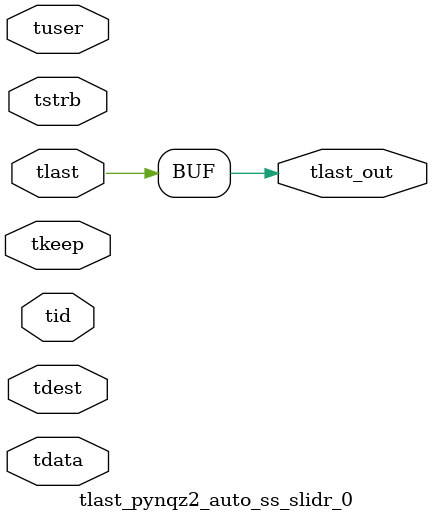
<source format=v>


`timescale 1ps/1ps

module tlast_pynqz2_auto_ss_slidr_0 #
(
parameter C_S_AXIS_TID_WIDTH   = 1,
parameter C_S_AXIS_TUSER_WIDTH = 0,
parameter C_S_AXIS_TDATA_WIDTH = 0,
parameter C_S_AXIS_TDEST_WIDTH = 0
)
(
input  [(C_S_AXIS_TID_WIDTH   == 0 ? 1 : C_S_AXIS_TID_WIDTH)-1:0       ] tid,
input  [(C_S_AXIS_TDATA_WIDTH == 0 ? 1 : C_S_AXIS_TDATA_WIDTH)-1:0     ] tdata,
input  [(C_S_AXIS_TUSER_WIDTH == 0 ? 1 : C_S_AXIS_TUSER_WIDTH)-1:0     ] tuser,
input  [(C_S_AXIS_TDEST_WIDTH == 0 ? 1 : C_S_AXIS_TDEST_WIDTH)-1:0     ] tdest,
input  [(C_S_AXIS_TDATA_WIDTH/8)-1:0 ] tkeep,
input  [(C_S_AXIS_TDATA_WIDTH/8)-1:0 ] tstrb,
input  [0:0]                                                             tlast,
output                                                                   tlast_out
);

assign tlast_out = {tlast};

endmodule


</source>
